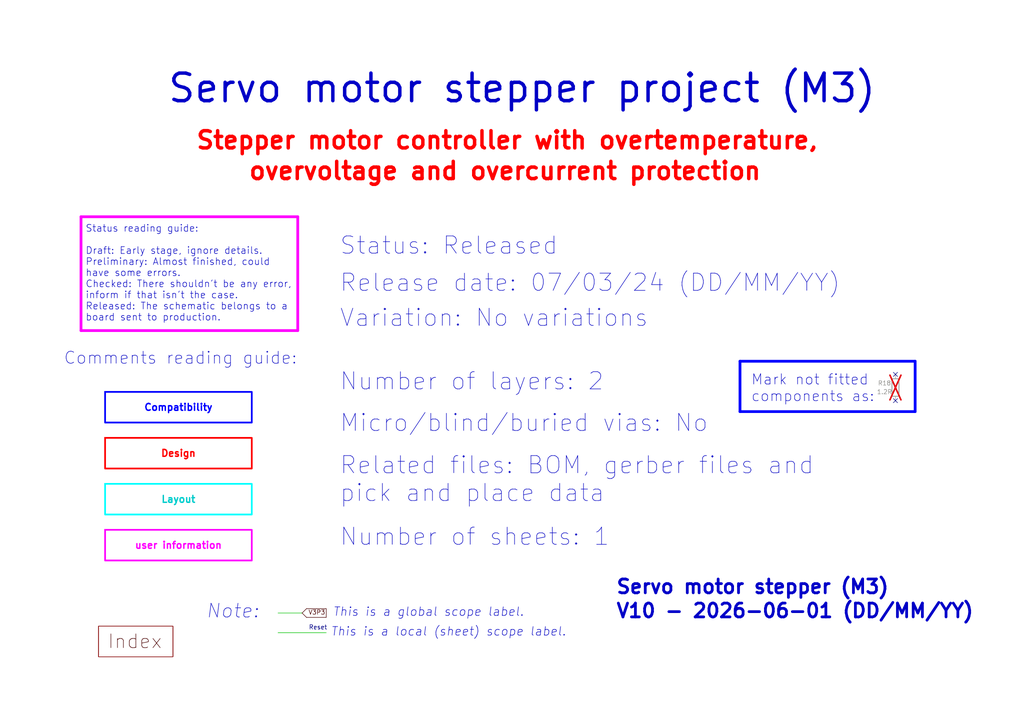
<source format=kicad_sch>
(kicad_sch (version 20231120) (generator "eeschema") (generator_version "8.0")
  (paper "A4")
  (title_block (title "Servo motor stepper - M3  project") (date "2024-08-19") (rev "V10"))
  (lib_symbols
    (symbol "Device:R" (pin_numbers hide) (pin_names (offset 0))
      (property "Reference" "R" (at 2.032 0 90))
      (property "Value" "R" (at 0 0 90))
      (symbol "R_0_1"
        (rectangle (start -1.016 -2.54) (end 1.016 2.54) (stroke (width 0.254)))
      )
      (symbol "R_1_1"
        (pin passive line (at 0 3.81 270) (length 1.27) (name "~") (number "1"))
        (pin passive line (at 0 -3.81 90) (length 1.27) (name "~") (number "2"))
      )
    )
  )
  (no_connect (at 259.715 108.585))
  (no_connect (at 259.715 116.205))
  (polyline (pts (xy 88.9 176.53) (xy 94.615 176.53)) (stroke (width 0) (color 72 0 0 1)))
  (polyline (pts (xy 214.63 104.775) (xy 265.43 104.775)) (stroke (width 0.8) (type solid) (color 0 0 255 1)))
  (polyline (pts (xy 23.495 95.885) (xy 23.495 62.865)) (stroke (width 0.8) (color 255 0 255 1)))
  (polyline (pts (xy 80.645 177.8) (xy 87.63 177.8)) (stroke (width 0) (color 0 194 0 1)))
  (polyline (pts (xy 87.63 177.8) (xy 88.9 179.07)) (stroke (width 0) (color 72 0 0 1)))
  (polyline (pts (xy 86.36 95.885) (xy 23.495 95.885)) (stroke (width 0.8) (color 255 0 255 1)))
  (polyline (pts (xy 265.43 119.38) (xy 214.63 119.38)) (stroke (width 0.8) (type solid) (color 0 0 255 1)))
  (polyline (pts (xy 265.43 104.775) (xy 265.43 119.38)) (stroke (width 0.8) (type solid) (color 0 0 255 1)))
  (polyline (pts (xy 88.9 179.07) (xy 94.615 179.07)) (stroke (width 0) (color 72 0 0 1)))
  (polyline (pts (xy 23.495 62.865) (xy 86.36 62.865)) (stroke (width 0.8) (color 255 0 255 1)))
  (polyline (pts (xy 80.645 183.515) (xy 94.615 183.515)) (stroke (width 0) (color 0 194 0 1)))
  (polyline (pts (xy 86.36 62.865) (xy 86.36 95.885)) (stroke (width 0.8) (color 255 0 255 1)))
  (polyline (pts (xy 94.615 176.53) (xy 94.615 179.07)) (stroke (width 0) (color 72 0 0 1)))
  (polyline (pts (xy 214.63 119.38) (xy 214.63 104.775)) (stroke (width 0.8) (type solid) (color 0 0 255 1)))
  (polyline (pts (xy 87.63 177.8) (xy 88.9 176.53)) (stroke (width 0) (color 72 0 0 1)))
  (text_box "Design" (at 30.48 127 0) (size 42.545 8.89) (stroke (width 0.5) (color 255 0 0 1)) (effects (font (size 2 2) (thickness 0.4) (bold yes))))
  (text_box "user information" (at 30.48 153.67 0) (size 42.545 8.89) (stroke (width 0.5) (color 255 0 255 1)) (effects (font (size 2 2) (thickness 0.4) (bold yes))))
  (text_box "Compatibility" (at 30.48 113.665 0) (size 42.545 8.89) (stroke (width 0.5) (color 0 0 255 1)) (effects (font (size 2 2) (thickness 0.4) (bold yes))))
  (text_box "Layout" (at 30.48 140.335 0) (size 42.545 8.89) (stroke (width 0.5) (color 0 255 255 1)) (effects (font (size 2 2) (thickness 0.4) (bold yes))))
  (text "Variation: No variations" (at 98.425 95.25 0) (effects (font (size 5 5)) (justify left bottom)))
  (text "${REVISION} - ${CURRENT_DATE} (DD/MM/YY)" (at 178.435 179.705 0) (effects (font (size 4 4) (thickness 0.8) (bold yes)) (justify left bottom)))
  (text "Status reading guide:\n\nDraft: Early stage, ignore details.\nPreliminary: Almost finished, could\nhave some errors.\nChecked: There shouldn't be any error,\ninform if that isn't the case.\nReleased: The schematic belongs to a \nboard sent to production." (at 24.765 93.345 0) (effects (font (size 2 2)) (justify left bottom)))
  (text "Servo motor stepper project (M3)" (at 48.26 30.48 0) (effects (font (size 8 8) (thickness 1) (bold yes)) (justify left bottom)))
  (text "This is a global scope label." (at 96.52 179.07 0) (effects (font (size 2.5 2.5) (italic yes)) (justify left bottom)))
  (text "Micro/blind/buried vias: No" (at 98.425 125.73 0) (effects (font (size 5 5)) (justify left bottom)))
  (text "Status: Released" (at 98.425 74.295 0) (effects (font (size 5 5)) (justify left bottom)))
  (text "Comments reading guide:" (at 18.415 106.045 0) (effects (font (size 3.5 3.5)) (justify left bottom)))
  (text "overvoltage and overcurrent protection" (at 71.755 52.705 0) (effects (font (size 5 5) (thickness 1) (bold yes)) (justify left bottom)))
  (text "Reset" (at 89.535 182.88 0) (effects (font (size 1.27 1.27)) (justify left bottom)))
  (text "Note:" (at 59.69 179.705 0) (effects (font (size 4 4) (italic yes)) (justify left bottom)))
  (text "Stepper motor controller with overtemperature," (at 56.515 43.815 0) (effects (font (size 5 5) (thickness 1) (bold yes)) (justify left bottom)))
  (text "Related files: BOM, gerber files and\npick and place data" (at 98.425 146.05 0) (effects (font (size 5 5)) (justify left bottom)))
  (text "Number of sheets: 1" (at 98.425 158.75 0) (effects (font (size 5 5)) (justify left bottom)))
  (text "This is a local (sheet) scope label." (at 95.885 184.785 0) (effects (font (size 2.5 2.5) (italic yes)) (justify left bottom)))
  (text "Index" (at 31.115 188.595 0) (effects (font (size 4 4)) (justify left bottom)))
  (text "Mark not fitted\ncomponents as:" (at 217.805 116.84 0) (effects (font (size 3 3)) (justify left bottom)))
  (text "Number of layers: 2" (at 98.425 113.665 0) (effects (font (size 5 5)) (justify left bottom)))
  (text "Release date: 07/03/24 (DD/MM/YY)" (at 98.425 85.09 0) (effects (font (size 5 5)) (justify left bottom)))
  (text "V3P3" (at 89.408 178.562 0) (effects (font (size 1.27 1.27)) (justify left bottom)))
  (text "Servo motor stepper (M3)" (at 178.435 172.72 0) (effects (font (size 4 4) (thickness 0.8) (bold yes)) (justify left bottom)))
  (symbol (lib_id "Device:R") (at 259.715 112.395 0) (unit 1) (exclude_from_sim yes) (in_bom no) (on_board no) (dnp yes)
    (property "Reference" "R18" (at 256.54 111.125 0))
    (property "Value" "1.2R" (at 256.54 113.665 0))
    (property "Footprint" "Resistor_SMD:R_0402_1005Metric" (effects (hide yes)))
  )
  (sheet (at 28.575 181.61) (size 21.59 8.89) (stroke (width 0.1524))
    (property "Sheetname" "index" (effects (hide yes)))
    (property "Sheetfile" "index.kicad_sch" (effects (hide yes)))
  )
)
</source>
